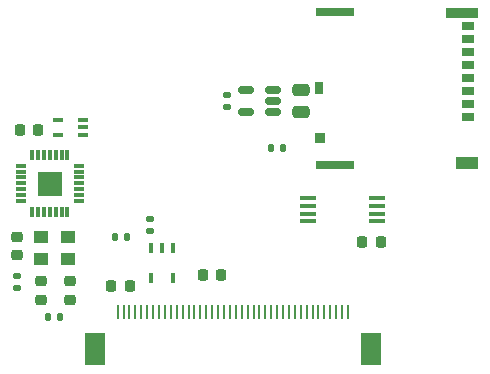
<source format=gbr>
%TF.GenerationSoftware,KiCad,Pcbnew,6.0.11-2627ca5db0~126~ubuntu22.04.1*%
%TF.CreationDate,2023-07-14T18:03:46-07:00*%
%TF.ProjectId,small-display,736d616c-6c2d-4646-9973-706c61792e6b,rev?*%
%TF.SameCoordinates,Original*%
%TF.FileFunction,Paste,Bot*%
%TF.FilePolarity,Positive*%
%FSLAX46Y46*%
G04 Gerber Fmt 4.6, Leading zero omitted, Abs format (unit mm)*
G04 Created by KiCad (PCBNEW 6.0.11-2627ca5db0~126~ubuntu22.04.1) date 2023-07-14 18:03:46*
%MOMM*%
%LPD*%
G01*
G04 APERTURE LIST*
G04 Aperture macros list*
%AMRoundRect*
0 Rectangle with rounded corners*
0 $1 Rounding radius*
0 $2 $3 $4 $5 $6 $7 $8 $9 X,Y pos of 4 corners*
0 Add a 4 corners polygon primitive as box body*
4,1,4,$2,$3,$4,$5,$6,$7,$8,$9,$2,$3,0*
0 Add four circle primitives for the rounded corners*
1,1,$1+$1,$2,$3*
1,1,$1+$1,$4,$5*
1,1,$1+$1,$6,$7*
1,1,$1+$1,$8,$9*
0 Add four rect primitives between the rounded corners*
20,1,$1+$1,$2,$3,$4,$5,0*
20,1,$1+$1,$4,$5,$6,$7,0*
20,1,$1+$1,$6,$7,$8,$9,0*
20,1,$1+$1,$8,$9,$2,$3,0*%
G04 Aperture macros list end*
%ADD10C,0.010000*%
%ADD11RoundRect,0.135000X0.185000X-0.135000X0.185000X0.135000X-0.185000X0.135000X-0.185000X-0.135000X0*%
%ADD12RoundRect,0.225000X0.225000X0.250000X-0.225000X0.250000X-0.225000X-0.250000X0.225000X-0.250000X0*%
%ADD13R,0.850000X0.400000*%
%ADD14RoundRect,0.225000X-0.225000X-0.250000X0.225000X-0.250000X0.225000X0.250000X-0.225000X0.250000X0*%
%ADD15RoundRect,0.225000X-0.250000X0.225000X-0.250000X-0.225000X0.250000X-0.225000X0.250000X0.225000X0*%
%ADD16RoundRect,0.007800X-0.422200X-0.122200X0.422200X-0.122200X0.422200X0.122200X-0.422200X0.122200X0*%
%ADD17RoundRect,0.007800X-0.122200X0.422200X-0.122200X-0.422200X0.122200X-0.422200X0.122200X0.422200X0*%
%ADD18RoundRect,0.135000X-0.135000X-0.185000X0.135000X-0.185000X0.135000X0.185000X-0.135000X0.185000X0*%
%ADD19R,0.457200X0.952500*%
%ADD20RoundRect,0.150000X0.512500X0.150000X-0.512500X0.150000X-0.512500X-0.150000X0.512500X-0.150000X0*%
%ADD21RoundRect,0.135000X-0.185000X0.135000X-0.185000X-0.135000X0.185000X-0.135000X0.185000X0.135000X0*%
%ADD22RoundRect,0.250000X-0.475000X0.250000X-0.475000X-0.250000X0.475000X-0.250000X0.475000X0.250000X0*%
%ADD23R,1.100000X0.700000*%
%ADD24R,0.930000X0.900000*%
%ADD25R,0.780000X1.050000*%
%ADD26R,2.800000X0.860000*%
%ADD27R,3.330000X0.700000*%
%ADD28R,1.830000X1.140000*%
%ADD29R,1.300000X1.100000*%
%ADD30R,1.473200X0.355600*%
%ADD31RoundRect,0.135000X0.135000X0.185000X-0.135000X0.185000X-0.135000X-0.185000X0.135000X-0.185000X0*%
%ADD32R,0.254000X1.295400*%
%ADD33R,1.727200X2.794000*%
G04 APERTURE END LIST*
%TO.C,U5*%
G36*
X6980000Y-18980000D02*
G01*
X5017887Y-18980000D01*
X5017887Y-17017887D01*
X6980000Y-17017887D01*
X6980000Y-18980000D01*
G37*
D10*
X6980000Y-18980000D02*
X5017887Y-18980000D01*
X5017887Y-17017887D01*
X6980000Y-17017887D01*
X6980000Y-18980000D01*
%TD*%
D11*
%TO.C,R4*%
X14500000Y-22010000D03*
X14500000Y-20990000D03*
%TD*%
D12*
%TO.C,C4*%
X5025000Y-13500000D03*
X3475000Y-13500000D03*
%TD*%
D13*
%TO.C,U6*%
X8775000Y-12600000D03*
X8775000Y-13250000D03*
X8775000Y-13900000D03*
X6675000Y-13900000D03*
X6675000Y-12600000D03*
%TD*%
D14*
%TO.C,C2*%
X18975000Y-25750000D03*
X20525000Y-25750000D03*
%TD*%
D15*
%TO.C,C5*%
X3250000Y-22552500D03*
X3250000Y-24102500D03*
%TD*%
%TO.C,CX2*%
X5250000Y-26302500D03*
X5250000Y-27852500D03*
%TD*%
D16*
%TO.C,U5*%
X3565000Y-19500000D03*
X3565000Y-19000000D03*
X3565000Y-18500000D03*
X3565000Y-18000000D03*
X3565000Y-17500000D03*
X3565000Y-17000000D03*
X3565000Y-16500000D03*
D17*
X4500000Y-15565000D03*
X5000000Y-15565000D03*
X5500000Y-15565000D03*
X6000000Y-15565000D03*
X6500000Y-15565000D03*
X7000000Y-15565000D03*
X7500000Y-15565000D03*
D16*
X8435000Y-16500000D03*
X8435000Y-17000000D03*
X8435000Y-17500000D03*
X8435000Y-18000000D03*
X8435000Y-18500000D03*
X8435000Y-19000000D03*
X8435000Y-19500000D03*
D17*
X7500000Y-20435000D03*
X7000000Y-20435000D03*
X6500000Y-20435000D03*
X6000000Y-20435000D03*
X5500000Y-20435000D03*
X5000000Y-20435000D03*
X4500000Y-20435000D03*
%TD*%
D18*
%TO.C,R8*%
X5883641Y-29327500D03*
X6903641Y-29327500D03*
%TD*%
D19*
%TO.C,U4*%
X14560200Y-23473650D03*
X15500000Y-23473650D03*
X16439800Y-23473650D03*
X16452500Y-26026350D03*
X14547500Y-26026350D03*
%TD*%
D20*
%TO.C,U3*%
X24887500Y-10050000D03*
X24887500Y-11000000D03*
X24887500Y-11950000D03*
X22612500Y-11950000D03*
X22612500Y-10050000D03*
%TD*%
D21*
%TO.C,R3*%
X21000000Y-10490000D03*
X21000000Y-11510000D03*
%TD*%
D15*
%TO.C,CX1*%
X7750000Y-26302500D03*
X7750000Y-27852500D03*
%TD*%
D22*
%TO.C,C1*%
X27250000Y-10050000D03*
X27250000Y-11950000D03*
%TD*%
D18*
%TO.C,R10*%
X24740000Y-15000000D03*
X25760000Y-15000000D03*
%TD*%
D23*
%TO.C,J2*%
X41375000Y-12380000D03*
X41375000Y-11280000D03*
X41375000Y-10180000D03*
X41375000Y-9080000D03*
X41375000Y-7980000D03*
X41375000Y-6880000D03*
X41375000Y-5780000D03*
X41375000Y-4680000D03*
D24*
X28910000Y-14170000D03*
D25*
X28835000Y-9905000D03*
D26*
X40875000Y-3600000D03*
D27*
X30110000Y-3520000D03*
X30110000Y-16480000D03*
D28*
X41360000Y-16260000D03*
%TD*%
D29*
%TO.C,Y1*%
X5250000Y-22577500D03*
X7550000Y-22577500D03*
X7550000Y-24377500D03*
X5250000Y-24377500D03*
%TD*%
D21*
%TO.C,R9*%
X3250000Y-25807500D03*
X3250000Y-26827500D03*
%TD*%
D12*
%TO.C,C6*%
X34025000Y-23000000D03*
X32475000Y-23000000D03*
%TD*%
D30*
%TO.C,U7*%
X27829000Y-21224979D03*
X27829000Y-20574993D03*
X27829000Y-19925007D03*
X27829000Y-19275021D03*
X33671000Y-19275021D03*
X33671000Y-19925007D03*
X33671000Y-20574993D03*
X33671000Y-21224979D03*
%TD*%
D12*
%TO.C,C3*%
X12775000Y-26650000D03*
X11225000Y-26650000D03*
%TD*%
D31*
%TO.C,R5*%
X12510000Y-22520000D03*
X11490000Y-22520000D03*
%TD*%
D32*
%TO.C,J5*%
X31250001Y-28904700D03*
X30749999Y-28904700D03*
X30250000Y-28904700D03*
X29750001Y-28904700D03*
X29250000Y-28904700D03*
X28750001Y-28904700D03*
X28249999Y-28904700D03*
X27750000Y-28904700D03*
X27250001Y-28904700D03*
X26750000Y-28904700D03*
X26250001Y-28904700D03*
X25749999Y-28904700D03*
X25250000Y-28904700D03*
X24750001Y-28904700D03*
X24250000Y-28904700D03*
X23750001Y-28904700D03*
X23249999Y-28904700D03*
X22750000Y-28904700D03*
X22250001Y-28904700D03*
X21750000Y-28904700D03*
X21250000Y-28904700D03*
X20749999Y-28904700D03*
X20250000Y-28904700D03*
X19750001Y-28904700D03*
X19249999Y-28904700D03*
X18750000Y-28904700D03*
X18249999Y-28904700D03*
X17750000Y-28904700D03*
X17250001Y-28904700D03*
X16749999Y-28904700D03*
X16250000Y-28904700D03*
X15750001Y-28904700D03*
X15250000Y-28904700D03*
X14750001Y-28904700D03*
X14249999Y-28904700D03*
X13750000Y-28904700D03*
X13250001Y-28904700D03*
X12750000Y-28904700D03*
X12250001Y-28904700D03*
X11749999Y-28904700D03*
D33*
X33189999Y-31984699D03*
X9810001Y-31984699D03*
%TD*%
M02*

</source>
